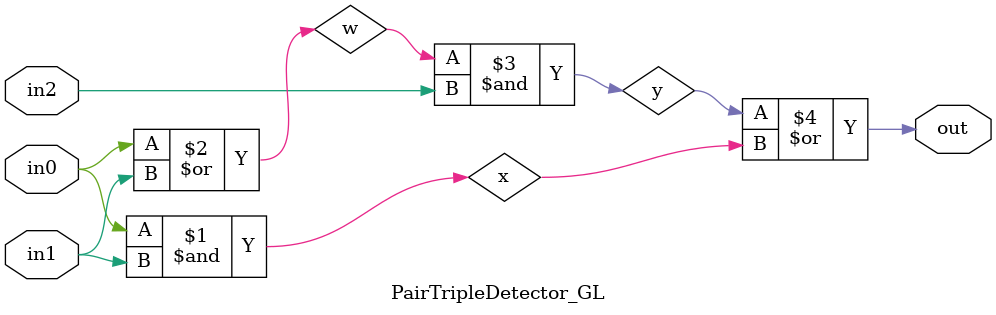
<source format=v>

`ifndef PAIR_TRIPLE_DETECTOR_GL_V
`define PAIR_TRIPLE_DETECTOR_GL_V

`include "ece2300-misc.v"

module PairTripleDetector_GL
(
  input  wire in0,
  input  wire in1,
  input  wire in2,
  output wire out
 );

  wire w;
  wire y;
  wire x;

  and( x, in0, in1 );
  or ( w, in0, in1 );
  and( y, w, in2 );
  or ( out, y, x );

endmodule

`endif 


</source>
